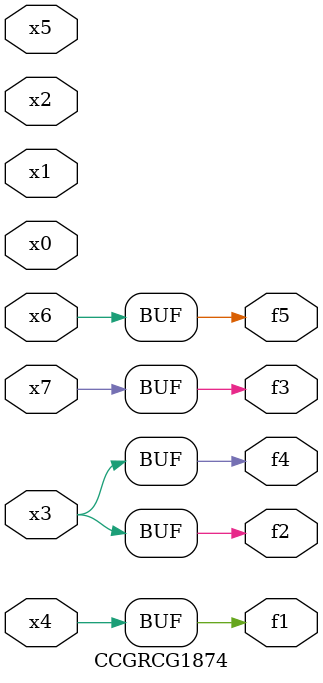
<source format=v>
module CCGRCG1874(
	input x0, x1, x2, x3, x4, x5, x6, x7,
	output f1, f2, f3, f4, f5
);
	assign f1 = x4;
	assign f2 = x3;
	assign f3 = x7;
	assign f4 = x3;
	assign f5 = x6;
endmodule

</source>
